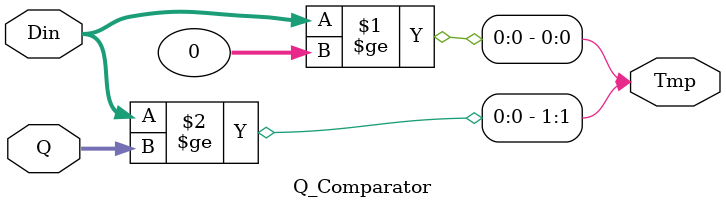
<source format=v>
module Q_Comparator(
    input signed [4:0] Din,
    input signed [4:0] Q,
    output [1:0] Tmp
);

/*Write your design here*/

assign Tmp[0] = (Din >= 0);
assign Tmp[1] = (Din >= Q);


endmodule
</source>
